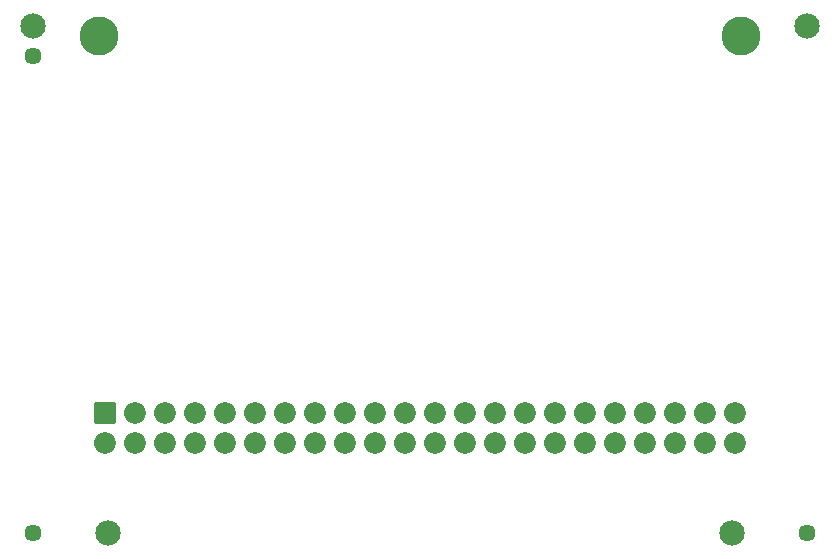
<source format=gbs>
G04 #@! TF.GenerationSoftware,KiCad,Pcbnew,(6.0.2-0)*
G04 #@! TF.CreationDate,2022-08-10T03:19:08-04:00*
G04 #@! TF.ProjectId,MacClassicRAMCard,4d616343-6c61-4737-9369-6352414d4361,rev?*
G04 #@! TF.SameCoordinates,Original*
G04 #@! TF.FileFunction,Soldermask,Bot*
G04 #@! TF.FilePolarity,Negative*
%FSLAX46Y46*%
G04 Gerber Fmt 4.6, Leading zero omitted, Abs format (unit mm)*
G04 Created by KiCad (PCBNEW (6.0.2-0)) date 2022-08-10 03:19:08*
%MOMM*%
%LPD*%
G01*
G04 APERTURE LIST*
G04 Aperture macros list*
%AMRoundRect*
0 Rectangle with rounded corners*
0 $1 Rounding radius*
0 $2 $3 $4 $5 $6 $7 $8 $9 X,Y pos of 4 corners*
0 Add a 4 corners polygon primitive as box body*
4,1,4,$2,$3,$4,$5,$6,$7,$8,$9,$2,$3,0*
0 Add four circle primitives for the rounded corners*
1,1,$1+$1,$2,$3*
1,1,$1+$1,$4,$5*
1,1,$1+$1,$6,$7*
1,1,$1+$1,$8,$9*
0 Add four rect primitives between the rounded corners*
20,1,$1+$1,$2,$3,$4,$5,0*
20,1,$1+$1,$4,$5,$6,$7,0*
20,1,$1+$1,$6,$7,$8,$9,0*
20,1,$1+$1,$8,$9,$2,$3,0*%
G04 Aperture macros list end*
%ADD10C,1.448000*%
%ADD11C,2.150000*%
%ADD12RoundRect,0.075000X0.850000X-0.850000X0.850000X0.850000X-0.850000X0.850000X-0.850000X-0.850000X0*%
%ADD13O,1.850000X1.850000*%
%ADD14C,3.296000*%
G04 APERTURE END LIST*
D10*
X87884000Y-92964000D03*
X87884000Y-133350000D03*
X153416000Y-133350000D03*
D11*
X87884000Y-90424000D03*
X153416000Y-90424000D03*
D12*
X93980000Y-123190000D03*
D13*
X93980000Y-125730000D03*
X96520000Y-123190000D03*
X96520000Y-125730000D03*
X99060000Y-123190000D03*
X99060000Y-125730000D03*
X101600000Y-123190000D03*
X101600000Y-125730000D03*
X104140000Y-123190000D03*
X104140000Y-125730000D03*
X106680000Y-123190000D03*
X106680000Y-125730000D03*
X109220000Y-123190000D03*
X109220000Y-125730000D03*
X111760000Y-123190000D03*
X111760000Y-125730000D03*
X114300000Y-123190000D03*
X114300000Y-125730000D03*
X116840000Y-123190000D03*
X116840000Y-125730000D03*
X119380000Y-123190000D03*
X119380000Y-125730000D03*
X121920000Y-123190000D03*
X121920000Y-125730000D03*
X124460000Y-123190000D03*
X124460000Y-125730000D03*
X127000000Y-123190000D03*
X127000000Y-125730000D03*
X129540000Y-123190000D03*
X129540000Y-125730000D03*
X132080000Y-123190000D03*
X132080000Y-125730000D03*
X134620000Y-123190000D03*
X134620000Y-125730000D03*
X137160000Y-123190000D03*
X137160000Y-125730000D03*
X139700000Y-123190000D03*
X139700000Y-125730000D03*
X142240000Y-123190000D03*
X142240000Y-125730000D03*
X144780000Y-123190000D03*
X144780000Y-125730000D03*
X147320000Y-123190000D03*
X147320000Y-125730000D03*
D11*
X147066000Y-133350000D03*
X94234000Y-133350000D03*
D14*
X93472000Y-91313000D03*
X147828000Y-91313000D03*
M02*

</source>
